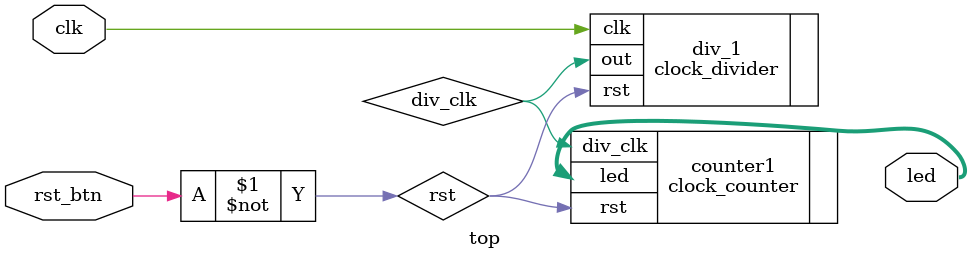
<source format=v>

module top #(
	parameter COUNT_WIDTH = 32,
	parameter MAX_COUNT   = 6000000-1	// top can accept parameters. May be useful when intantiating from a testbench
) (
    input           clk,	//12 MHz clock
    input           rst_btn,
    output  [3:0]   led         // Not reg element!
);

    // Internal signals
    wire rst;
    //reg div_clk;
    wire div_clk;
    // Invert active-low button
    assign rst = ~rst_btn;

    // Instantiate the first clock divider module
    //clock_divider #(.COUNT_WIDTH(32), .MAX_COUNT(6000000 - 1)) div_1 (
    clock_divider #(.COUNT_WIDTH(COUNT_WIDTH), .MAX_COUNT(MAX_COUNT)) div_1 (
        .clk(clk), 
        .rst(rst), 
        .out(div_clk)
    );
    
    // Instantiate the second clock divider module
    //clock_divider div_2 (
    //    .clk(clk),
    //    .rst(rst),
    //    .out(led[1])
    //);
    
    clock_counter counter1 (
	    .div_clk(div_clk),
	    .rst(rst),
	    .led(led)
    );
                    
endmodule

</source>
